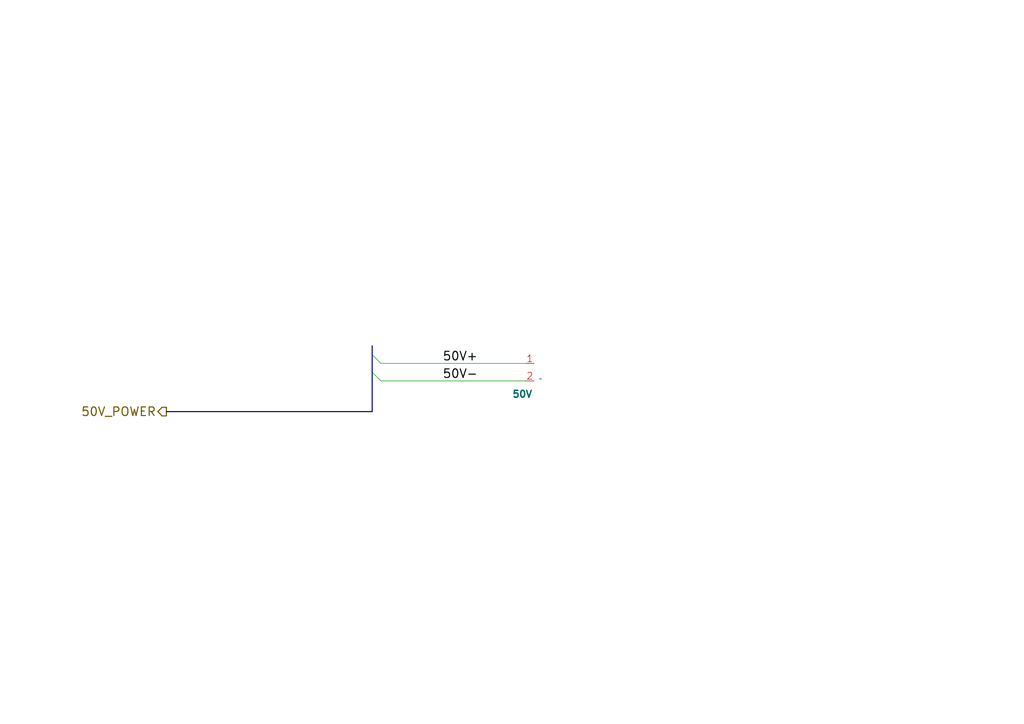
<source format=kicad_sch>
(kicad_sch (version 20231120) (generator "eeschema") (generator_version "8.0")
  (paper "A4")
  (lib_symbols
    (symbol "Connector:Conn_01x02_(wide)"
      (property "Reference" "J" (at 0 0 0))
      (symbol "Conn_01x02_(wide)_1_1"
        (pin input line (at -2.54 -5.08 0) (length 2.54) (name "") (number "1"))
        (pin input line (at -2.54 -10.16 0) (length 2.54) (name "") (number "2"))
      )
    )
  )
  (bus_entry (at 107.95 107.95) (size 2.54 2.54))
  (bus_entry (at 107.95 102.87) (size 2.54 2.54))
  (bus (pts (xy 107.95 102.87) (xy 107.95 107.95)))
  (bus (pts (xy 107.95 119.38) (xy 48.26 119.38)))
  (bus (pts (xy 107.95 100.33) (xy 107.95 102.87)))
  (wire (pts (xy 110.49 110.49) (xy 152.4 110.49)))
  (wire (pts (xy 110.49 105.41) (xy 152.4 105.41)))
  (bus (pts (xy 107.95 107.95) (xy 107.95 119.38)))
  (label "50V+" (at 128.27 105.41 0) (effects (font (size 2.5 2.5) (thickness 0.3125))))
  (label "50V-" (at 128.27 110.49 0) (effects (font (size 2.5 2.5) (thickness 0.3125))))
  (hierarchical_label "50V_POWER" (shape output) (at 48.26 119.38 180) (effects (font (size 2.5 2.5) (thickness 0.3125))))
  (symbol (lib_id "Connector:Conn_01x02_(wide)") (at 154.94 100.33 0) (unit 1)
    (property "Reference" "50V" (at 148.336 114.3 0) (effects (font (size 2 2) (thickness 0.4) (bold yes)) (justify left)))
    (property "Value" "~" (at 156.21 109.855 0) (effects (justify left)))
  )
)
</source>
